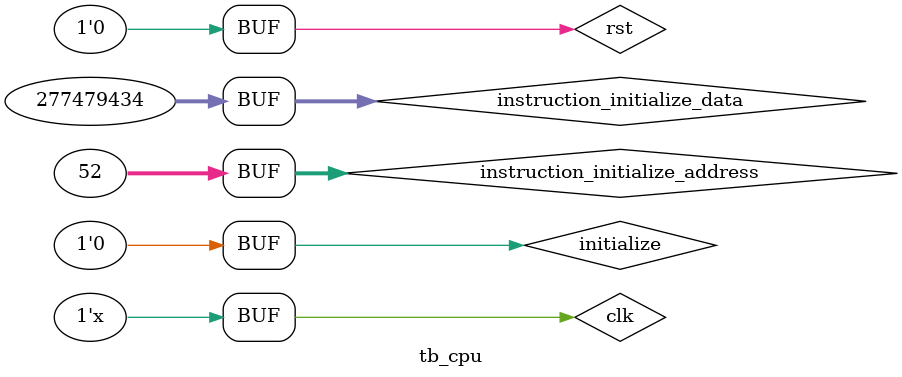
<source format=v>
`timescale 1ns / 1ns


module tb_cpu;

	// Inputs
	reg rst;
	reg clk;
	reg initialize;
	reg [31:0] instruction_initialize_data;
	reg [31:0] instruction_initialize_address;

	// Instantiate the Unit Under Test (UUT)
	cpu uut (
		.rst(rst), 
		.clk(clk), 
		.initialize(initialize), 
		.instruction_initialize_data(instruction_initialize_data), 
		.instruction_initialize_address(instruction_initialize_address)
	);

	initial begin
		// Initialize Inputs
		rst = 1;
		clk = 0;
		initialize = 1;
		instruction_initialize_data = 0;
		instruction_initialize_address = 0;

		#100;
      
		instruction_initialize_address = 0;
		instruction_initialize_data = 32'b000000_00000_00010_00001_00000_10_0000;      // ADD R1, R0, R2
		
		#20;
		instruction_initialize_address = 4;
		instruction_initialize_data = 32'b000000_00100_00100_01000_00000_10_0010;      // SUB R8, R4, R4
		
		#20;
		instruction_initialize_address = 8;
		instruction_initialize_data = 32'b000000_00101_00110_00111_00000_10_0101;      // OR R7, R5, R6
		
		#20;
		instruction_initialize_address = 12;
		instruction_initialize_data = 32'b101011_00000_01001_00000_00000_00_1100;      // SW R9, 12(R0)
		
		#20;
		instruction_initialize_address = 16;
		instruction_initialize_data = 32'b100011_00000_01100_00000_00000_00_1100;      // LW R12, 12(R0)
		
		#20	
        instruction_initialize_address = 20;
		instruction_initialize_data = 32'b000100_00000_00000_11111_11111_11_1111;      // BEQ R0, R0, -1
		
		//3 ALU Instructions
		
		#20;
		instruction_initialize_address = 24;
		instruction_initialize_data = 32'b000000_11111_10000_11111_00000_10_1010;      // SLT R31, R31, R16
		
		#20;
		instruction_initialize_address = 28;
		instruction_initialize_data = 32'b001000_00110_00110_00000_00000_00_1010;      // ADDI R6, R6, 10 
		
		#20;
		instruction_initialize_address = 32;
		instruction_initialize_data = 32'b000000_00010_00100_00110_00000_10_0100;     // AND R2, R4, R6 
		
		//2 LW Instructions
		
		#20;
		instruction_initialize_address = 36;
		instruction_initialize_data = 32'b100011_00011_01001_00000_00000_00_1101; // LW R9, 13(R3)
		
		#20;
	    instruction_initialize_address = 40;
	    instruction_initialize_data = 32'b100011_00100_01100_00000_00000_00_1010; // LW R12, 10(R4)
	    
	    //2 SW Instructions
	    instruction_initialize_address = 44;
	    instruction_initialize_data = 32'b101011_00111_00011_00000_00000_00_1001;  //SW R3, 9(R7)
	    
	    instruction_initialize_address = 48;
	    instruction_initialize_data = 32'b101011_01111_00101_00000_00000_00_0001;  //SW R5, 1(R15)
	    
	    // One BEQ Instructions
	    instruction_initialize_address = 52;
	    instruction_initialize_data = 32'b000100_00100_01010_00000_00000_00_1010; //BEQ R4, R10, 10
	    
		#20
		
		initialize = 0;
		rst = 0;
		
	end
      
always
#5 clk = ~clk;
endmodule


</source>
